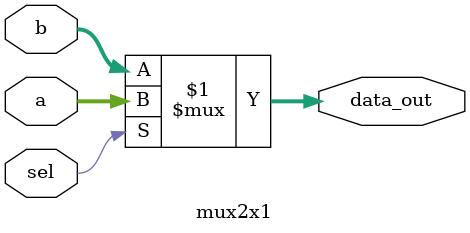
<source format=v>
`timescale 1ns / 1ps

module mux2x1
(
    input [63:0] a,b,
    input sel ,
    output [63:0] data_out
);

assign data_out = sel ? a : b; //select b or a based on the sel bit

endmodule

</source>
